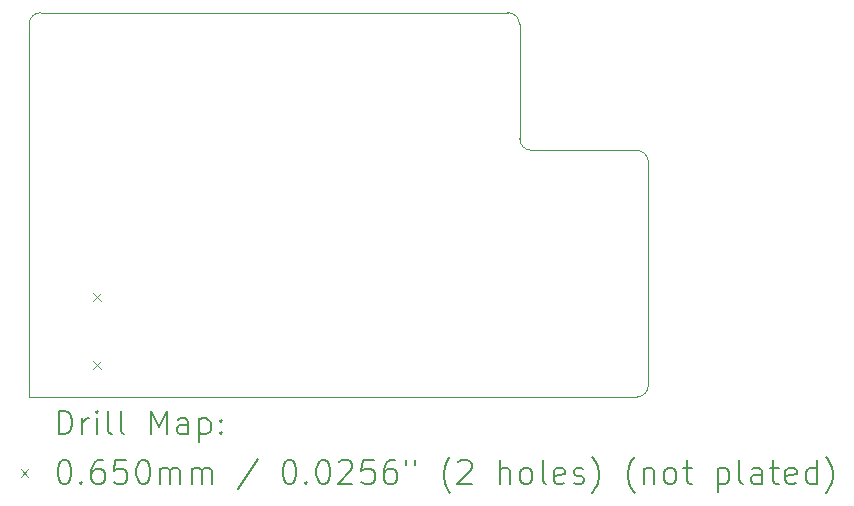
<source format=gbr>
%FSLAX45Y45*%
G04 Gerber Fmt 4.5, Leading zero omitted, Abs format (unit mm)*
G04 Created by KiCad (PCBNEW (6.0.1)) date 2023-03-02 19:10:51*
%MOMM*%
%LPD*%
G01*
G04 APERTURE LIST*
%TA.AperFunction,Profile*%
%ADD10C,0.100000*%
%TD*%
%ADD11C,0.200000*%
%ADD12C,0.065000*%
G04 APERTURE END LIST*
D10*
X12732711Y-8136000D02*
G75*
G03*
X12632711Y-8236000I0J-100000D01*
G01*
X16787000Y-9203000D02*
X16786000Y-8236000D01*
X17777000Y-11390000D02*
X12632500Y-11390000D01*
X12632500Y-11390000D02*
X12632711Y-8236000D01*
X17877000Y-11290000D02*
X17877000Y-9403000D01*
X12732711Y-8136000D02*
X16685000Y-8136000D01*
X17877000Y-9403000D02*
G75*
G03*
X17777000Y-9303000I-100000J0D01*
G01*
X17777000Y-11390000D02*
G75*
G03*
X17877000Y-11290000I0J100000D01*
G01*
X17777000Y-9303000D02*
X16887000Y-9303000D01*
X16787000Y-9203000D02*
G75*
G03*
X16887000Y-9303000I100000J0D01*
G01*
X16786000Y-8236000D02*
G75*
G03*
X16685000Y-8136000I-100005J0D01*
G01*
D11*
D12*
X13176500Y-10510500D02*
X13241500Y-10575500D01*
X13241500Y-10510500D02*
X13176500Y-10575500D01*
X13176500Y-11088500D02*
X13241500Y-11153500D01*
X13241500Y-11088500D02*
X13176500Y-11153500D01*
D11*
X12885119Y-11705476D02*
X12885119Y-11505476D01*
X12932738Y-11505476D01*
X12961309Y-11515000D01*
X12980357Y-11534048D01*
X12989881Y-11553095D01*
X12999405Y-11591190D01*
X12999405Y-11619762D01*
X12989881Y-11657857D01*
X12980357Y-11676905D01*
X12961309Y-11695952D01*
X12932738Y-11705476D01*
X12885119Y-11705476D01*
X13085119Y-11705476D02*
X13085119Y-11572143D01*
X13085119Y-11610238D02*
X13094643Y-11591190D01*
X13104167Y-11581667D01*
X13123214Y-11572143D01*
X13142262Y-11572143D01*
X13208928Y-11705476D02*
X13208928Y-11572143D01*
X13208928Y-11505476D02*
X13199405Y-11515000D01*
X13208928Y-11524524D01*
X13218452Y-11515000D01*
X13208928Y-11505476D01*
X13208928Y-11524524D01*
X13332738Y-11705476D02*
X13313690Y-11695952D01*
X13304167Y-11676905D01*
X13304167Y-11505476D01*
X13437500Y-11705476D02*
X13418452Y-11695952D01*
X13408928Y-11676905D01*
X13408928Y-11505476D01*
X13666071Y-11705476D02*
X13666071Y-11505476D01*
X13732738Y-11648333D01*
X13799405Y-11505476D01*
X13799405Y-11705476D01*
X13980357Y-11705476D02*
X13980357Y-11600714D01*
X13970833Y-11581667D01*
X13951786Y-11572143D01*
X13913690Y-11572143D01*
X13894643Y-11581667D01*
X13980357Y-11695952D02*
X13961309Y-11705476D01*
X13913690Y-11705476D01*
X13894643Y-11695952D01*
X13885119Y-11676905D01*
X13885119Y-11657857D01*
X13894643Y-11638809D01*
X13913690Y-11629286D01*
X13961309Y-11629286D01*
X13980357Y-11619762D01*
X14075595Y-11572143D02*
X14075595Y-11772143D01*
X14075595Y-11581667D02*
X14094643Y-11572143D01*
X14132738Y-11572143D01*
X14151786Y-11581667D01*
X14161309Y-11591190D01*
X14170833Y-11610238D01*
X14170833Y-11667381D01*
X14161309Y-11686428D01*
X14151786Y-11695952D01*
X14132738Y-11705476D01*
X14094643Y-11705476D01*
X14075595Y-11695952D01*
X14256548Y-11686428D02*
X14266071Y-11695952D01*
X14256548Y-11705476D01*
X14247024Y-11695952D01*
X14256548Y-11686428D01*
X14256548Y-11705476D01*
X14256548Y-11581667D02*
X14266071Y-11591190D01*
X14256548Y-11600714D01*
X14247024Y-11591190D01*
X14256548Y-11581667D01*
X14256548Y-11600714D01*
D12*
X12562500Y-12002500D02*
X12627500Y-12067500D01*
X12627500Y-12002500D02*
X12562500Y-12067500D01*
D11*
X12923214Y-11925476D02*
X12942262Y-11925476D01*
X12961309Y-11935000D01*
X12970833Y-11944524D01*
X12980357Y-11963571D01*
X12989881Y-12001667D01*
X12989881Y-12049286D01*
X12980357Y-12087381D01*
X12970833Y-12106428D01*
X12961309Y-12115952D01*
X12942262Y-12125476D01*
X12923214Y-12125476D01*
X12904167Y-12115952D01*
X12894643Y-12106428D01*
X12885119Y-12087381D01*
X12875595Y-12049286D01*
X12875595Y-12001667D01*
X12885119Y-11963571D01*
X12894643Y-11944524D01*
X12904167Y-11935000D01*
X12923214Y-11925476D01*
X13075595Y-12106428D02*
X13085119Y-12115952D01*
X13075595Y-12125476D01*
X13066071Y-12115952D01*
X13075595Y-12106428D01*
X13075595Y-12125476D01*
X13256548Y-11925476D02*
X13218452Y-11925476D01*
X13199405Y-11935000D01*
X13189881Y-11944524D01*
X13170833Y-11973095D01*
X13161309Y-12011190D01*
X13161309Y-12087381D01*
X13170833Y-12106428D01*
X13180357Y-12115952D01*
X13199405Y-12125476D01*
X13237500Y-12125476D01*
X13256548Y-12115952D01*
X13266071Y-12106428D01*
X13275595Y-12087381D01*
X13275595Y-12039762D01*
X13266071Y-12020714D01*
X13256548Y-12011190D01*
X13237500Y-12001667D01*
X13199405Y-12001667D01*
X13180357Y-12011190D01*
X13170833Y-12020714D01*
X13161309Y-12039762D01*
X13456548Y-11925476D02*
X13361309Y-11925476D01*
X13351786Y-12020714D01*
X13361309Y-12011190D01*
X13380357Y-12001667D01*
X13427976Y-12001667D01*
X13447024Y-12011190D01*
X13456548Y-12020714D01*
X13466071Y-12039762D01*
X13466071Y-12087381D01*
X13456548Y-12106428D01*
X13447024Y-12115952D01*
X13427976Y-12125476D01*
X13380357Y-12125476D01*
X13361309Y-12115952D01*
X13351786Y-12106428D01*
X13589881Y-11925476D02*
X13608928Y-11925476D01*
X13627976Y-11935000D01*
X13637500Y-11944524D01*
X13647024Y-11963571D01*
X13656548Y-12001667D01*
X13656548Y-12049286D01*
X13647024Y-12087381D01*
X13637500Y-12106428D01*
X13627976Y-12115952D01*
X13608928Y-12125476D01*
X13589881Y-12125476D01*
X13570833Y-12115952D01*
X13561309Y-12106428D01*
X13551786Y-12087381D01*
X13542262Y-12049286D01*
X13542262Y-12001667D01*
X13551786Y-11963571D01*
X13561309Y-11944524D01*
X13570833Y-11935000D01*
X13589881Y-11925476D01*
X13742262Y-12125476D02*
X13742262Y-11992143D01*
X13742262Y-12011190D02*
X13751786Y-12001667D01*
X13770833Y-11992143D01*
X13799405Y-11992143D01*
X13818452Y-12001667D01*
X13827976Y-12020714D01*
X13827976Y-12125476D01*
X13827976Y-12020714D02*
X13837500Y-12001667D01*
X13856548Y-11992143D01*
X13885119Y-11992143D01*
X13904167Y-12001667D01*
X13913690Y-12020714D01*
X13913690Y-12125476D01*
X14008928Y-12125476D02*
X14008928Y-11992143D01*
X14008928Y-12011190D02*
X14018452Y-12001667D01*
X14037500Y-11992143D01*
X14066071Y-11992143D01*
X14085119Y-12001667D01*
X14094643Y-12020714D01*
X14094643Y-12125476D01*
X14094643Y-12020714D02*
X14104167Y-12001667D01*
X14123214Y-11992143D01*
X14151786Y-11992143D01*
X14170833Y-12001667D01*
X14180357Y-12020714D01*
X14180357Y-12125476D01*
X14570833Y-11915952D02*
X14399405Y-12173095D01*
X14827976Y-11925476D02*
X14847024Y-11925476D01*
X14866071Y-11935000D01*
X14875595Y-11944524D01*
X14885119Y-11963571D01*
X14894643Y-12001667D01*
X14894643Y-12049286D01*
X14885119Y-12087381D01*
X14875595Y-12106428D01*
X14866071Y-12115952D01*
X14847024Y-12125476D01*
X14827976Y-12125476D01*
X14808928Y-12115952D01*
X14799405Y-12106428D01*
X14789881Y-12087381D01*
X14780357Y-12049286D01*
X14780357Y-12001667D01*
X14789881Y-11963571D01*
X14799405Y-11944524D01*
X14808928Y-11935000D01*
X14827976Y-11925476D01*
X14980357Y-12106428D02*
X14989881Y-12115952D01*
X14980357Y-12125476D01*
X14970833Y-12115952D01*
X14980357Y-12106428D01*
X14980357Y-12125476D01*
X15113690Y-11925476D02*
X15132738Y-11925476D01*
X15151786Y-11935000D01*
X15161309Y-11944524D01*
X15170833Y-11963571D01*
X15180357Y-12001667D01*
X15180357Y-12049286D01*
X15170833Y-12087381D01*
X15161309Y-12106428D01*
X15151786Y-12115952D01*
X15132738Y-12125476D01*
X15113690Y-12125476D01*
X15094643Y-12115952D01*
X15085119Y-12106428D01*
X15075595Y-12087381D01*
X15066071Y-12049286D01*
X15066071Y-12001667D01*
X15075595Y-11963571D01*
X15085119Y-11944524D01*
X15094643Y-11935000D01*
X15113690Y-11925476D01*
X15256548Y-11944524D02*
X15266071Y-11935000D01*
X15285119Y-11925476D01*
X15332738Y-11925476D01*
X15351786Y-11935000D01*
X15361309Y-11944524D01*
X15370833Y-11963571D01*
X15370833Y-11982619D01*
X15361309Y-12011190D01*
X15247024Y-12125476D01*
X15370833Y-12125476D01*
X15551786Y-11925476D02*
X15456548Y-11925476D01*
X15447024Y-12020714D01*
X15456548Y-12011190D01*
X15475595Y-12001667D01*
X15523214Y-12001667D01*
X15542262Y-12011190D01*
X15551786Y-12020714D01*
X15561309Y-12039762D01*
X15561309Y-12087381D01*
X15551786Y-12106428D01*
X15542262Y-12115952D01*
X15523214Y-12125476D01*
X15475595Y-12125476D01*
X15456548Y-12115952D01*
X15447024Y-12106428D01*
X15732738Y-11925476D02*
X15694643Y-11925476D01*
X15675595Y-11935000D01*
X15666071Y-11944524D01*
X15647024Y-11973095D01*
X15637500Y-12011190D01*
X15637500Y-12087381D01*
X15647024Y-12106428D01*
X15656548Y-12115952D01*
X15675595Y-12125476D01*
X15713690Y-12125476D01*
X15732738Y-12115952D01*
X15742262Y-12106428D01*
X15751786Y-12087381D01*
X15751786Y-12039762D01*
X15742262Y-12020714D01*
X15732738Y-12011190D01*
X15713690Y-12001667D01*
X15675595Y-12001667D01*
X15656548Y-12011190D01*
X15647024Y-12020714D01*
X15637500Y-12039762D01*
X15827976Y-11925476D02*
X15827976Y-11963571D01*
X15904167Y-11925476D02*
X15904167Y-11963571D01*
X16199405Y-12201667D02*
X16189881Y-12192143D01*
X16170833Y-12163571D01*
X16161309Y-12144524D01*
X16151786Y-12115952D01*
X16142262Y-12068333D01*
X16142262Y-12030238D01*
X16151786Y-11982619D01*
X16161309Y-11954048D01*
X16170833Y-11935000D01*
X16189881Y-11906428D01*
X16199405Y-11896905D01*
X16266071Y-11944524D02*
X16275595Y-11935000D01*
X16294643Y-11925476D01*
X16342262Y-11925476D01*
X16361309Y-11935000D01*
X16370833Y-11944524D01*
X16380357Y-11963571D01*
X16380357Y-11982619D01*
X16370833Y-12011190D01*
X16256548Y-12125476D01*
X16380357Y-12125476D01*
X16618452Y-12125476D02*
X16618452Y-11925476D01*
X16704167Y-12125476D02*
X16704167Y-12020714D01*
X16694643Y-12001667D01*
X16675595Y-11992143D01*
X16647024Y-11992143D01*
X16627976Y-12001667D01*
X16618452Y-12011190D01*
X16827976Y-12125476D02*
X16808929Y-12115952D01*
X16799405Y-12106428D01*
X16789881Y-12087381D01*
X16789881Y-12030238D01*
X16799405Y-12011190D01*
X16808929Y-12001667D01*
X16827976Y-11992143D01*
X16856548Y-11992143D01*
X16875595Y-12001667D01*
X16885119Y-12011190D01*
X16894643Y-12030238D01*
X16894643Y-12087381D01*
X16885119Y-12106428D01*
X16875595Y-12115952D01*
X16856548Y-12125476D01*
X16827976Y-12125476D01*
X17008929Y-12125476D02*
X16989881Y-12115952D01*
X16980357Y-12096905D01*
X16980357Y-11925476D01*
X17161310Y-12115952D02*
X17142262Y-12125476D01*
X17104167Y-12125476D01*
X17085119Y-12115952D01*
X17075595Y-12096905D01*
X17075595Y-12020714D01*
X17085119Y-12001667D01*
X17104167Y-11992143D01*
X17142262Y-11992143D01*
X17161310Y-12001667D01*
X17170833Y-12020714D01*
X17170833Y-12039762D01*
X17075595Y-12058809D01*
X17247024Y-12115952D02*
X17266071Y-12125476D01*
X17304167Y-12125476D01*
X17323214Y-12115952D01*
X17332738Y-12096905D01*
X17332738Y-12087381D01*
X17323214Y-12068333D01*
X17304167Y-12058809D01*
X17275595Y-12058809D01*
X17256548Y-12049286D01*
X17247024Y-12030238D01*
X17247024Y-12020714D01*
X17256548Y-12001667D01*
X17275595Y-11992143D01*
X17304167Y-11992143D01*
X17323214Y-12001667D01*
X17399405Y-12201667D02*
X17408929Y-12192143D01*
X17427976Y-12163571D01*
X17437500Y-12144524D01*
X17447024Y-12115952D01*
X17456548Y-12068333D01*
X17456548Y-12030238D01*
X17447024Y-11982619D01*
X17437500Y-11954048D01*
X17427976Y-11935000D01*
X17408929Y-11906428D01*
X17399405Y-11896905D01*
X17761310Y-12201667D02*
X17751786Y-12192143D01*
X17732738Y-12163571D01*
X17723214Y-12144524D01*
X17713690Y-12115952D01*
X17704167Y-12068333D01*
X17704167Y-12030238D01*
X17713690Y-11982619D01*
X17723214Y-11954048D01*
X17732738Y-11935000D01*
X17751786Y-11906428D01*
X17761310Y-11896905D01*
X17837500Y-11992143D02*
X17837500Y-12125476D01*
X17837500Y-12011190D02*
X17847024Y-12001667D01*
X17866071Y-11992143D01*
X17894643Y-11992143D01*
X17913690Y-12001667D01*
X17923214Y-12020714D01*
X17923214Y-12125476D01*
X18047024Y-12125476D02*
X18027976Y-12115952D01*
X18018452Y-12106428D01*
X18008929Y-12087381D01*
X18008929Y-12030238D01*
X18018452Y-12011190D01*
X18027976Y-12001667D01*
X18047024Y-11992143D01*
X18075595Y-11992143D01*
X18094643Y-12001667D01*
X18104167Y-12011190D01*
X18113690Y-12030238D01*
X18113690Y-12087381D01*
X18104167Y-12106428D01*
X18094643Y-12115952D01*
X18075595Y-12125476D01*
X18047024Y-12125476D01*
X18170833Y-11992143D02*
X18247024Y-11992143D01*
X18199405Y-11925476D02*
X18199405Y-12096905D01*
X18208929Y-12115952D01*
X18227976Y-12125476D01*
X18247024Y-12125476D01*
X18466071Y-11992143D02*
X18466071Y-12192143D01*
X18466071Y-12001667D02*
X18485119Y-11992143D01*
X18523214Y-11992143D01*
X18542262Y-12001667D01*
X18551786Y-12011190D01*
X18561310Y-12030238D01*
X18561310Y-12087381D01*
X18551786Y-12106428D01*
X18542262Y-12115952D01*
X18523214Y-12125476D01*
X18485119Y-12125476D01*
X18466071Y-12115952D01*
X18675595Y-12125476D02*
X18656548Y-12115952D01*
X18647024Y-12096905D01*
X18647024Y-11925476D01*
X18837500Y-12125476D02*
X18837500Y-12020714D01*
X18827976Y-12001667D01*
X18808929Y-11992143D01*
X18770833Y-11992143D01*
X18751786Y-12001667D01*
X18837500Y-12115952D02*
X18818452Y-12125476D01*
X18770833Y-12125476D01*
X18751786Y-12115952D01*
X18742262Y-12096905D01*
X18742262Y-12077857D01*
X18751786Y-12058809D01*
X18770833Y-12049286D01*
X18818452Y-12049286D01*
X18837500Y-12039762D01*
X18904167Y-11992143D02*
X18980357Y-11992143D01*
X18932738Y-11925476D02*
X18932738Y-12096905D01*
X18942262Y-12115952D01*
X18961310Y-12125476D01*
X18980357Y-12125476D01*
X19123214Y-12115952D02*
X19104167Y-12125476D01*
X19066071Y-12125476D01*
X19047024Y-12115952D01*
X19037500Y-12096905D01*
X19037500Y-12020714D01*
X19047024Y-12001667D01*
X19066071Y-11992143D01*
X19104167Y-11992143D01*
X19123214Y-12001667D01*
X19132738Y-12020714D01*
X19132738Y-12039762D01*
X19037500Y-12058809D01*
X19304167Y-12125476D02*
X19304167Y-11925476D01*
X19304167Y-12115952D02*
X19285119Y-12125476D01*
X19247024Y-12125476D01*
X19227976Y-12115952D01*
X19218452Y-12106428D01*
X19208929Y-12087381D01*
X19208929Y-12030238D01*
X19218452Y-12011190D01*
X19227976Y-12001667D01*
X19247024Y-11992143D01*
X19285119Y-11992143D01*
X19304167Y-12001667D01*
X19380357Y-12201667D02*
X19389881Y-12192143D01*
X19408929Y-12163571D01*
X19418452Y-12144524D01*
X19427976Y-12115952D01*
X19437500Y-12068333D01*
X19437500Y-12030238D01*
X19427976Y-11982619D01*
X19418452Y-11954048D01*
X19408929Y-11935000D01*
X19389881Y-11906428D01*
X19380357Y-11896905D01*
M02*

</source>
